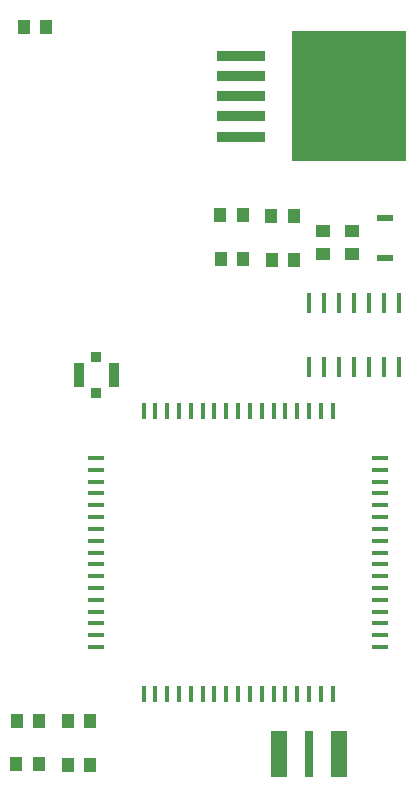
<source format=gbr>
G04 DipTrace 3.0.0.1*
G04 TopPaste.gbr*
%MOIN*%
G04 #@! TF.FileFunction,Paste,Top*
G04 #@! TF.Part,Single*
%ADD62R,0.382283X0.432283*%
%ADD64R,0.162598X0.032283*%
%ADD66R,0.015748X0.070866*%
%ADD72O,0.015748X0.055118*%
%ADD74O,0.055118X0.015748*%
%ADD86R,0.055118X0.023622*%
%ADD88R,0.051181X0.043307*%
%ADD90R,0.043307X0.051181*%
%ADD96R,0.035433X0.080709*%
%ADD98R,0.033465X0.035433*%
%ADD100R,0.025591X0.151969*%
%ADD102R,0.051969X0.151969*%
%FSLAX26Y26*%
G04*
G70*
G90*
G75*
G01*
G04 TopPaste*
%LPD*%
D102*
X1531890Y489370D3*
D100*
X1431890Y489764D3*
D102*
X1332283D3*
D98*
X723622Y1694488D3*
Y1812598D3*
D96*
X782677Y1753543D3*
X664567D3*
D90*
X556299Y2914567D3*
X481496D3*
X1211024Y2285433D3*
X1136220D3*
D88*
X1477559Y2232677D3*
Y2157874D3*
X1574803Y2231890D3*
Y2157087D3*
D86*
X1685039Y2275984D3*
Y2142126D3*
D90*
X702362Y454331D3*
X627559D3*
X531496Y455512D3*
X456693D3*
X703150Y599213D3*
X628346D3*
X531890Y601181D3*
X457087D3*
X1306299Y2282677D3*
X1381102D3*
X1383071Y2136614D3*
X1308268D3*
X1212598Y2139764D3*
X1137795D3*
D74*
X1668110Y846850D3*
Y886220D3*
Y925591D3*
Y964961D3*
Y1004331D3*
Y1043701D3*
Y1083071D3*
Y1122441D3*
Y1161811D3*
Y1201181D3*
Y1240551D3*
Y1279921D3*
Y1319291D3*
Y1358661D3*
Y1398031D3*
Y1437402D3*
Y1476772D3*
D72*
X1510630Y1634252D3*
X1471260D3*
X1431890D3*
X1392520D3*
X1353150D3*
X1313780D3*
X1274409D3*
X1235039D3*
X1195669D3*
X1156299D3*
X1116929D3*
X1077559D3*
X1038189D3*
X998819D3*
X959449D3*
X920079D3*
X880709D3*
D74*
X723228Y1476772D3*
Y1437402D3*
Y1398031D3*
Y1358661D3*
Y1319291D3*
Y1279921D3*
Y1240551D3*
Y1201181D3*
Y1161811D3*
Y1122441D3*
Y1083071D3*
Y1043701D3*
Y1004331D3*
Y964961D3*
Y925591D3*
Y886220D3*
Y846850D3*
D72*
X880709Y689370D3*
X920079D3*
X959449D3*
X998819D3*
X1038189D3*
X1077559D3*
X1116929D3*
X1156299D3*
X1195669D3*
X1235039D3*
X1274409D3*
X1313780D3*
X1353150D3*
X1392520D3*
X1431890D3*
X1471260D3*
X1510630D3*
D66*
X1730709Y1992520D3*
X1680709D3*
X1630709D3*
X1580709D3*
X1530709D3*
X1480709D3*
X1430709D3*
Y1779921D3*
X1480709D3*
X1530709D3*
X1580709D3*
X1630709D3*
X1680709D3*
X1730709D3*
D64*
X1204331Y2816142D3*
Y2749213D3*
Y2682283D3*
Y2615354D3*
Y2548425D3*
D62*
X1564173Y2682283D3*
M02*

</source>
